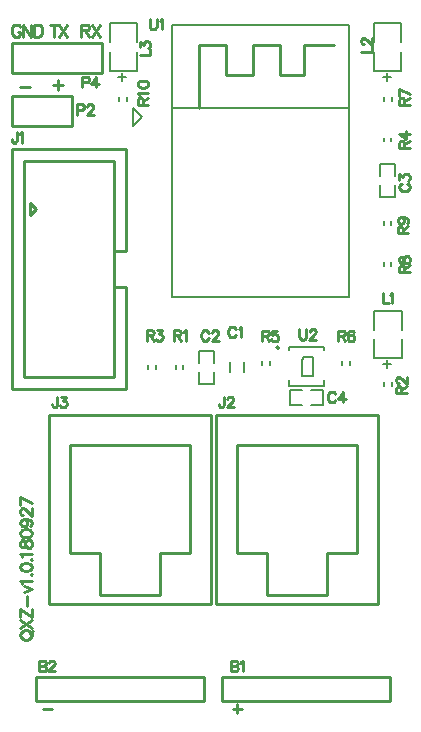
<source format=gto>
G04*
G04 #@! TF.GenerationSoftware,Altium Limited,Altium Designer,18.0.12 (696)*
G04*
G04 Layer_Color=65535*
%FSLAX44Y44*%
%MOMM*%
G71*
G01*
G75*
%ADD10C,0.2007*%
%ADD11C,0.2540*%
%ADD12C,0.1500*%
%ADD13C,0.2000*%
%ADD14C,0.2032*%
%ADD15C,0.1499*%
%ADD16C,0.1295*%
%ADD17C,0.1524*%
D10*
X1233045Y616756D02*
G03*
X1233045Y616756I-1601J0D01*
G01*
D11*
X1026668Y337820D02*
X1168908D01*
X1026668Y317500D02*
Y337820D01*
X1168908Y317500D02*
Y337820D01*
X1026668Y317500D02*
X1168908D01*
X1184656Y337820D02*
X1326896D01*
X1184656Y317500D02*
Y337820D01*
X1326896Y317500D02*
Y337820D01*
X1184656Y317500D02*
X1326896D01*
X1164530Y819780D02*
Y873120D01*
X1187390D01*
Y847720D02*
Y873120D01*
Y847720D02*
X1210250D01*
Y873120D01*
X1233110D01*
Y847720D02*
Y873120D01*
Y847720D02*
X1253430D01*
Y873120D01*
X1278830D01*
X1102614Y698500D02*
Y784860D01*
Y581660D02*
Y668020D01*
X1006094Y784860D02*
X1102614D01*
X1092454Y698500D02*
X1102614D01*
X1016254Y668020D02*
Y698500D01*
X1006094Y668020D02*
Y784860D01*
Y581660D02*
Y668020D01*
X1016254Y591820D02*
Y668020D01*
Y591820D02*
X1092454D01*
Y774700D01*
X1016254D02*
X1092454D01*
X1016254Y698500D02*
Y774700D01*
X1021334Y728980D02*
X1026414Y734060D01*
X1021334Y728980D02*
Y739140D01*
X1092454Y668020D02*
X1102614D01*
X1006094Y581660D02*
X1102614D01*
X1021334Y739140D02*
X1026414Y734060D01*
X1006602Y804164D02*
Y829564D01*
Y804164D02*
X1057402D01*
Y829564D01*
X1006602D02*
X1057402D01*
X1175004Y400050D02*
Y560070D01*
X1037844Y400050D02*
X1175004D01*
X1037844Y560070D02*
X1175004D01*
X1037844Y400050D02*
Y560070D01*
X1055624Y534670D02*
X1157224D01*
X1055624Y443230D02*
Y534670D01*
Y443230D02*
X1081024D01*
Y407670D02*
Y443230D01*
Y407670D02*
X1131824D01*
Y443230D01*
X1157224D01*
Y534670D01*
X1315974Y400050D02*
Y560070D01*
X1178814Y400050D02*
X1315974D01*
X1178814Y560070D02*
X1315974D01*
X1178814Y400050D02*
Y560070D01*
X1196594Y534670D02*
X1298194D01*
X1196594Y443230D02*
Y534670D01*
Y443230D02*
X1221994D01*
Y407670D02*
Y443230D01*
Y407670D02*
X1272794D01*
Y443230D01*
X1298194D01*
Y534670D01*
X1006602Y849376D02*
X1082802D01*
X1006602D02*
Y874776D01*
X1082802D01*
Y849376D02*
Y874776D01*
X1013604Y887849D02*
X1013120Y888817D01*
X1012152Y889784D01*
X1011185Y890268D01*
X1009250D01*
X1008283Y889784D01*
X1007315Y888817D01*
X1006832Y887849D01*
X1006348Y886398D01*
Y883980D01*
X1006832Y882529D01*
X1007315Y881561D01*
X1008283Y880594D01*
X1009250Y880110D01*
X1011185D01*
X1012152Y880594D01*
X1013120Y881561D01*
X1013604Y882529D01*
Y883980D01*
X1011185D02*
X1013604D01*
X1015925Y890268D02*
Y880110D01*
Y890268D02*
X1022697Y880110D01*
Y890268D02*
Y880110D01*
X1025503Y890268D02*
Y880110D01*
Y890268D02*
X1028889D01*
X1030340Y889784D01*
X1031307Y888817D01*
X1031791Y887849D01*
X1032275Y886398D01*
Y883980D01*
X1031791Y882529D01*
X1031307Y881561D01*
X1030340Y880594D01*
X1028889Y880110D01*
X1025503D01*
X1041992Y890268D02*
Y880110D01*
X1038606Y890268D02*
X1045378D01*
X1046587D02*
X1053359Y880110D01*
Y890268D02*
X1046587Y880110D01*
X1065022Y890268D02*
Y880110D01*
Y890268D02*
X1069375D01*
X1070826Y889784D01*
X1071310Y889300D01*
X1071794Y888333D01*
Y887366D01*
X1071310Y886398D01*
X1070826Y885915D01*
X1069375Y885431D01*
X1065022D01*
X1068408D02*
X1071794Y880110D01*
X1074067Y890268D02*
X1080839Y880110D01*
Y890268D02*
X1074067Y880110D01*
X1013206Y837219D02*
X1021913D01*
X1045245Y843351D02*
Y834644D01*
X1040892Y838997D02*
X1049599D01*
X1013208Y372472D02*
X1013692Y371505D01*
X1014659Y370537D01*
X1015627Y370054D01*
X1017078Y369570D01*
X1019496D01*
X1020947Y370054D01*
X1021915Y370537D01*
X1022882Y371505D01*
X1023366Y372472D01*
Y374407D01*
X1022882Y375374D01*
X1021915Y376342D01*
X1020947Y376826D01*
X1019496Y377309D01*
X1017078D01*
X1015627Y376826D01*
X1014659Y376342D01*
X1013692Y375374D01*
X1013208Y374407D01*
Y372472D01*
X1021431Y373923D02*
X1024333Y376826D01*
X1013208Y379679D02*
X1023366Y386451D01*
X1013208D02*
X1023366Y379679D01*
X1013208Y395497D02*
X1023366Y388725D01*
X1013208D02*
Y395497D01*
X1023366Y388725D02*
Y395497D01*
X1019013Y397770D02*
Y406477D01*
X1016594Y409476D02*
X1023366Y412378D01*
X1016594Y415280D02*
X1023366Y412378D01*
X1015143Y416925D02*
X1014659Y417892D01*
X1013208Y419343D01*
X1023366D01*
X1022399Y424858D02*
X1022882Y424374D01*
X1023366Y424858D01*
X1022882Y425341D01*
X1022399Y424858D01*
X1013208Y430469D02*
X1013692Y429017D01*
X1015143Y428050D01*
X1017561Y427566D01*
X1019013D01*
X1021431Y428050D01*
X1022882Y429017D01*
X1023366Y430469D01*
Y431436D01*
X1022882Y432887D01*
X1021431Y433854D01*
X1019013Y434338D01*
X1017561D01*
X1015143Y433854D01*
X1013692Y432887D01*
X1013208Y431436D01*
Y430469D01*
X1022399Y437095D02*
X1022882Y436612D01*
X1023366Y437095D01*
X1022882Y437579D01*
X1022399Y437095D01*
X1015143Y439804D02*
X1014659Y440771D01*
X1013208Y442223D01*
X1023366D01*
X1013208Y449672D02*
X1013692Y448221D01*
X1014659Y447737D01*
X1015627D01*
X1016594Y448221D01*
X1017078Y449188D01*
X1017561Y451123D01*
X1018045Y452574D01*
X1019013Y453541D01*
X1019980Y454025D01*
X1021431D01*
X1022399Y453541D01*
X1022882Y453058D01*
X1023366Y451606D01*
Y449672D01*
X1022882Y448221D01*
X1022399Y447737D01*
X1021431Y447253D01*
X1019980D01*
X1019013Y447737D01*
X1018045Y448704D01*
X1017561Y450155D01*
X1017078Y452090D01*
X1016594Y453058D01*
X1015627Y453541D01*
X1014659D01*
X1013692Y453058D01*
X1013208Y451606D01*
Y449672D01*
Y459201D02*
X1013692Y457750D01*
X1015143Y456782D01*
X1017561Y456298D01*
X1019013D01*
X1021431Y456782D01*
X1022882Y457750D01*
X1023366Y459201D01*
Y460168D01*
X1022882Y461619D01*
X1021431Y462587D01*
X1019013Y463070D01*
X1017561D01*
X1015143Y462587D01*
X1013692Y461619D01*
X1013208Y460168D01*
Y459201D01*
X1016594Y471632D02*
X1018045Y471148D01*
X1019013Y470181D01*
X1019496Y468730D01*
Y468246D01*
X1019013Y466795D01*
X1018045Y465827D01*
X1016594Y465344D01*
X1016110D01*
X1014659Y465827D01*
X1013692Y466795D01*
X1013208Y468246D01*
Y468730D01*
X1013692Y470181D01*
X1014659Y471148D01*
X1016594Y471632D01*
X1019013D01*
X1021431Y471148D01*
X1022882Y470181D01*
X1023366Y468730D01*
Y467762D01*
X1022882Y466311D01*
X1021915Y465827D01*
X1015627Y474873D02*
X1015143D01*
X1014176Y475356D01*
X1013692Y475840D01*
X1013208Y476808D01*
Y478742D01*
X1013692Y479710D01*
X1014176Y480193D01*
X1015143Y480677D01*
X1016110D01*
X1017078Y480193D01*
X1018529Y479226D01*
X1023366Y474389D01*
Y481161D01*
X1013208Y490206D02*
X1023366Y485369D01*
X1013208Y483434D02*
Y490206D01*
X1029462Y351534D02*
Y342646D01*
Y351534D02*
X1033271D01*
X1034541Y351111D01*
X1034964Y350688D01*
X1035387Y349841D01*
Y348995D01*
X1034964Y348148D01*
X1034541Y347725D01*
X1033271Y347302D01*
X1029462D02*
X1033271D01*
X1034541Y346878D01*
X1034964Y346455D01*
X1035387Y345609D01*
Y344339D01*
X1034964Y343493D01*
X1034541Y343069D01*
X1033271Y342646D01*
X1029462D01*
X1037800Y349418D02*
Y349841D01*
X1038223Y350688D01*
X1038646Y351111D01*
X1039493Y351534D01*
X1041186D01*
X1042032Y351111D01*
X1042456Y350688D01*
X1042879Y349841D01*
Y348995D01*
X1042456Y348148D01*
X1041609Y346878D01*
X1037377Y342646D01*
X1043302D01*
X1032510Y310641D02*
X1040128D01*
X1191768Y351788D02*
Y342900D01*
Y351788D02*
X1195577D01*
X1196847Y351365D01*
X1197270Y350942D01*
X1197693Y350095D01*
Y349249D01*
X1197270Y348402D01*
X1196847Y347979D01*
X1195577Y347556D01*
X1191768D02*
X1195577D01*
X1196847Y347132D01*
X1197270Y346709D01*
X1197693Y345863D01*
Y344593D01*
X1197270Y343746D01*
X1196847Y343323D01*
X1195577Y342900D01*
X1191768D01*
X1199683Y350095D02*
X1200529Y350518D01*
X1201799Y351788D01*
Y342900D01*
X1197101Y314958D02*
Y307340D01*
X1193292Y311149D02*
X1200910D01*
X1196085Y632120D02*
X1195661Y632966D01*
X1194815Y633813D01*
X1193968Y634236D01*
X1192275D01*
X1191429Y633813D01*
X1190583Y632966D01*
X1190159Y632120D01*
X1189736Y630850D01*
Y628734D01*
X1190159Y627464D01*
X1190583Y626618D01*
X1191429Y625771D01*
X1192275Y625348D01*
X1193968D01*
X1194815Y625771D01*
X1195661Y626618D01*
X1196085Y627464D01*
X1198582Y632543D02*
X1199428Y632966D01*
X1200698Y634236D01*
Y625348D01*
X1172971Y629462D02*
X1172547Y630308D01*
X1171701Y631155D01*
X1170854Y631578D01*
X1169161D01*
X1168315Y631155D01*
X1167468Y630308D01*
X1167045Y629462D01*
X1166622Y628192D01*
Y626076D01*
X1167045Y624806D01*
X1167468Y623960D01*
X1168315Y623113D01*
X1169161Y622690D01*
X1170854D01*
X1171701Y623113D01*
X1172547Y623960D01*
X1172971Y624806D01*
X1175891Y629462D02*
Y629885D01*
X1176314Y630732D01*
X1176738Y631155D01*
X1177584Y631578D01*
X1179277D01*
X1180123Y631155D01*
X1180547Y630732D01*
X1180970Y629885D01*
Y629039D01*
X1180547Y628192D01*
X1179700Y626922D01*
X1175468Y622690D01*
X1181393D01*
X1336380Y755395D02*
X1335534Y754971D01*
X1334687Y754125D01*
X1334264Y753278D01*
Y751585D01*
X1334687Y750739D01*
X1335534Y749893D01*
X1336380Y749469D01*
X1337650Y749046D01*
X1339766D01*
X1341036Y749469D01*
X1341882Y749893D01*
X1342729Y750739D01*
X1343152Y751585D01*
Y753278D01*
X1342729Y754125D01*
X1341882Y754971D01*
X1341036Y755395D01*
X1334264Y758738D02*
Y763394D01*
X1337650Y760854D01*
Y762124D01*
X1338073Y762971D01*
X1338496Y763394D01*
X1339766Y763817D01*
X1340612D01*
X1341882Y763394D01*
X1342729Y762547D01*
X1343152Y761278D01*
Y760008D01*
X1342729Y758738D01*
X1342305Y758315D01*
X1341459Y757892D01*
X1280159Y577256D02*
X1279735Y578102D01*
X1278889Y578949D01*
X1278042Y579372D01*
X1276349D01*
X1275503Y578949D01*
X1274657Y578102D01*
X1274233Y577256D01*
X1273810Y575986D01*
Y573870D01*
X1274233Y572600D01*
X1274657Y571754D01*
X1275503Y570907D01*
X1276349Y570484D01*
X1278042D01*
X1278889Y570907D01*
X1279735Y571754D01*
X1280159Y572600D01*
X1286888Y579372D02*
X1282656Y573447D01*
X1289004D01*
X1286888Y579372D02*
Y570484D01*
X1010326Y799082D02*
Y792310D01*
X1009903Y791040D01*
X1009480Y790617D01*
X1008633Y790194D01*
X1007787D01*
X1006941Y790617D01*
X1006517Y791040D01*
X1006094Y792310D01*
Y793157D01*
X1012612Y797389D02*
X1013458Y797812D01*
X1014728Y799082D01*
Y790194D01*
X1185840Y575308D02*
Y568536D01*
X1185417Y567267D01*
X1184994Y566843D01*
X1184147Y566420D01*
X1183301D01*
X1182455Y566843D01*
X1182031Y567267D01*
X1181608Y568536D01*
Y569383D01*
X1188549Y573192D02*
Y573615D01*
X1188972Y574462D01*
X1189396Y574885D01*
X1190242Y575308D01*
X1191935D01*
X1192782Y574885D01*
X1193205Y574462D01*
X1193628Y573615D01*
Y572769D01*
X1193205Y571922D01*
X1192358Y570652D01*
X1188126Y566420D01*
X1194051D01*
X1044616Y575308D02*
Y568536D01*
X1044193Y567267D01*
X1043770Y566843D01*
X1042924Y566420D01*
X1042077D01*
X1041230Y566843D01*
X1040807Y567267D01*
X1040384Y568536D01*
Y569383D01*
X1047748Y575308D02*
X1052404D01*
X1049865Y571922D01*
X1051134D01*
X1051981Y571499D01*
X1052404Y571076D01*
X1052827Y569806D01*
Y568960D01*
X1052404Y567690D01*
X1051558Y566843D01*
X1050288Y566420D01*
X1049018D01*
X1047748Y566843D01*
X1047325Y567267D01*
X1046902Y568113D01*
X1320292Y663192D02*
Y654304D01*
X1325371D01*
X1326344Y661499D02*
X1327191Y661922D01*
X1328461Y663192D01*
Y654304D01*
X1302006Y867156D02*
X1310894D01*
Y872235D01*
X1304122Y873632D02*
X1303699D01*
X1302852Y874055D01*
X1302429Y874478D01*
X1302006Y875325D01*
Y877018D01*
X1302429Y877864D01*
X1302852Y878287D01*
X1303699Y878710D01*
X1304545D01*
X1305392Y878287D01*
X1306662Y877441D01*
X1310894Y873208D01*
Y879134D01*
X1114554Y864362D02*
X1123442D01*
Y869441D01*
X1114554Y871261D02*
Y875917D01*
X1117940Y873377D01*
Y874647D01*
X1118363Y875493D01*
X1118786Y875917D01*
X1120056Y876340D01*
X1120902D01*
X1122172Y875917D01*
X1123019Y875070D01*
X1123442Y873800D01*
Y872531D01*
X1123019Y871261D01*
X1122596Y870838D01*
X1121749Y870414D01*
X1061720Y818048D02*
X1065529D01*
X1066799Y818472D01*
X1067222Y818895D01*
X1067645Y819741D01*
Y821011D01*
X1067222Y821858D01*
X1066799Y822281D01*
X1065529Y822704D01*
X1061720D01*
Y813816D01*
X1070058Y820588D02*
Y821011D01*
X1070481Y821858D01*
X1070904Y822281D01*
X1071751Y822704D01*
X1073444D01*
X1074290Y822281D01*
X1074714Y821858D01*
X1075137Y821011D01*
Y820165D01*
X1074714Y819318D01*
X1073867Y818048D01*
X1069635Y813816D01*
X1075560D01*
X1065784Y841416D02*
X1069593D01*
X1070863Y841840D01*
X1071286Y842263D01*
X1071709Y843109D01*
Y844379D01*
X1071286Y845226D01*
X1070863Y845649D01*
X1069593Y846072D01*
X1065784D01*
Y837184D01*
X1077931Y846072D02*
X1073699Y840147D01*
X1080047D01*
X1077931Y846072D02*
Y837184D01*
X1143450Y631560D02*
Y622672D01*
Y631560D02*
X1147259D01*
X1148529Y631137D01*
X1148952Y630714D01*
X1149375Y629867D01*
Y629021D01*
X1148952Y628174D01*
X1148529Y627751D01*
X1147259Y627328D01*
X1143450D01*
X1146413D02*
X1149375Y622672D01*
X1151365Y629867D02*
X1152211Y630290D01*
X1153481Y631560D01*
Y622672D01*
X1331978Y578104D02*
X1340866D01*
X1331978D02*
Y581913D01*
X1332401Y583183D01*
X1332824Y583606D01*
X1333671Y584029D01*
X1334517D01*
X1335364Y583606D01*
X1335787Y583183D01*
X1336210Y581913D01*
Y578104D01*
Y581067D02*
X1340866Y584029D01*
X1334094Y586442D02*
X1333671D01*
X1332824Y586865D01*
X1332401Y587288D01*
X1331978Y588135D01*
Y589828D01*
X1332401Y590674D01*
X1332824Y591097D01*
X1333671Y591521D01*
X1334517D01*
X1335364Y591097D01*
X1336634Y590251D01*
X1340866Y586019D01*
Y591944D01*
X1120394Y631560D02*
Y622672D01*
Y631560D02*
X1124203D01*
X1125473Y631137D01*
X1125896Y630714D01*
X1126319Y629867D01*
Y629021D01*
X1125896Y628174D01*
X1125473Y627751D01*
X1124203Y627328D01*
X1120394D01*
X1123357D02*
X1126319Y622672D01*
X1129155Y631560D02*
X1133811D01*
X1131271Y628174D01*
X1132541D01*
X1133388Y627751D01*
X1133811Y627328D01*
X1134234Y626058D01*
Y625211D01*
X1133811Y623942D01*
X1132964Y623095D01*
X1131695Y622672D01*
X1130425D01*
X1129155Y623095D01*
X1128732Y623518D01*
X1128309Y624365D01*
X1334264Y785876D02*
X1343152D01*
X1334264D02*
Y789685D01*
X1334687Y790955D01*
X1335110Y791378D01*
X1335957Y791801D01*
X1336803D01*
X1337650Y791378D01*
X1338073Y790955D01*
X1338496Y789685D01*
Y785876D01*
Y788839D02*
X1343152Y791801D01*
X1334264Y798023D02*
X1340189Y793791D01*
Y800139D01*
X1334264Y798023D02*
X1343152D01*
X1218184Y630934D02*
Y622046D01*
Y630934D02*
X1221993D01*
X1223263Y630511D01*
X1223686Y630088D01*
X1224109Y629241D01*
Y628395D01*
X1223686Y627548D01*
X1223263Y627125D01*
X1221993Y626702D01*
X1218184D01*
X1221147D02*
X1224109Y622046D01*
X1231178Y630934D02*
X1226945D01*
X1226522Y627125D01*
X1226945Y627548D01*
X1228215Y627971D01*
X1229485D01*
X1230754Y627548D01*
X1231601Y626702D01*
X1232024Y625432D01*
Y624585D01*
X1231601Y623316D01*
X1230754Y622469D01*
X1229485Y622046D01*
X1228215D01*
X1226945Y622469D01*
X1226522Y622892D01*
X1226099Y623739D01*
X1282700Y631188D02*
Y622300D01*
Y631188D02*
X1286509D01*
X1287779Y630765D01*
X1288202Y630342D01*
X1288625Y629495D01*
Y628649D01*
X1288202Y627802D01*
X1287779Y627379D01*
X1286509Y626956D01*
X1282700D01*
X1285663D02*
X1288625Y622300D01*
X1295694Y629918D02*
X1295270Y630765D01*
X1294001Y631188D01*
X1293154D01*
X1291884Y630765D01*
X1291038Y629495D01*
X1290615Y627379D01*
Y625263D01*
X1291038Y623570D01*
X1291884Y622723D01*
X1293154Y622300D01*
X1293577D01*
X1294847Y622723D01*
X1295694Y623570D01*
X1296117Y624840D01*
Y625263D01*
X1295694Y626532D01*
X1294847Y627379D01*
X1293577Y627802D01*
X1293154D01*
X1291884Y627379D01*
X1291038Y626532D01*
X1290615Y625263D01*
X1334264Y822198D02*
X1343152D01*
X1334264D02*
Y826007D01*
X1334687Y827277D01*
X1335110Y827700D01*
X1335957Y828123D01*
X1336803D01*
X1337650Y827700D01*
X1338073Y827277D01*
X1338496Y826007D01*
Y822198D01*
Y825161D02*
X1343152Y828123D01*
X1334264Y836038D02*
X1343152Y831806D01*
X1334264Y830113D02*
Y836038D01*
Y680466D02*
X1343152D01*
X1334264D02*
Y684275D01*
X1334687Y685545D01*
X1335110Y685968D01*
X1335957Y686391D01*
X1336803D01*
X1337650Y685968D01*
X1338073Y685545D01*
X1338496Y684275D01*
Y680466D01*
Y683429D02*
X1343152Y686391D01*
X1334264Y690497D02*
X1334687Y689227D01*
X1335534Y688804D01*
X1336380D01*
X1337227Y689227D01*
X1337650Y690074D01*
X1338073Y691767D01*
X1338496Y693036D01*
X1339343Y693883D01*
X1340189Y694306D01*
X1341459D01*
X1342305Y693883D01*
X1342729Y693459D01*
X1343152Y692190D01*
Y690497D01*
X1342729Y689227D01*
X1342305Y688804D01*
X1341459Y688381D01*
X1340189D01*
X1339343Y688804D01*
X1338496Y689650D01*
X1338073Y690920D01*
X1337650Y692613D01*
X1337227Y693459D01*
X1336380Y693883D01*
X1335534D01*
X1334687Y693459D01*
X1334264Y692190D01*
Y690497D01*
X1332994Y713740D02*
X1341882D01*
X1332994D02*
Y717549D01*
X1333417Y718819D01*
X1333840Y719242D01*
X1334687Y719665D01*
X1335533D01*
X1336380Y719242D01*
X1336803Y718819D01*
X1337226Y717549D01*
Y713740D01*
Y716703D02*
X1341882Y719665D01*
X1335957Y727157D02*
X1337226Y726733D01*
X1338073Y725887D01*
X1338496Y724617D01*
Y724194D01*
X1338073Y722924D01*
X1337226Y722078D01*
X1335957Y721655D01*
X1335533D01*
X1334264Y722078D01*
X1333417Y722924D01*
X1332994Y724194D01*
Y724617D01*
X1333417Y725887D01*
X1334264Y726733D01*
X1335957Y727157D01*
X1338073D01*
X1340189Y726733D01*
X1341459Y725887D01*
X1341882Y724617D01*
Y723771D01*
X1341459Y722501D01*
X1340612Y722078D01*
X1113030Y822198D02*
X1121918D01*
X1113030D02*
Y826007D01*
X1113453Y827277D01*
X1113876Y827700D01*
X1114723Y828123D01*
X1115569D01*
X1116416Y827700D01*
X1116839Y827277D01*
X1117262Y826007D01*
Y822198D01*
Y825161D02*
X1121918Y828123D01*
X1114723Y830113D02*
X1114300Y830959D01*
X1113030Y832229D01*
X1121918D01*
X1113030Y839170D02*
X1113453Y837900D01*
X1114723Y837054D01*
X1116839Y836631D01*
X1118109D01*
X1120225Y837054D01*
X1121495Y837900D01*
X1121918Y839170D01*
Y840016D01*
X1121495Y841286D01*
X1120225Y842133D01*
X1118109Y842556D01*
X1116839D01*
X1114723Y842133D01*
X1113453Y841286D01*
X1113030Y840016D01*
Y839170D01*
X1123188Y895348D02*
Y888999D01*
X1123611Y887730D01*
X1124458Y886883D01*
X1125727Y886460D01*
X1126574D01*
X1127844Y886883D01*
X1128690Y887730D01*
X1129113Y888999D01*
Y895348D01*
X1131568Y893655D02*
X1132415Y894078D01*
X1133684Y895348D01*
Y886460D01*
X1249680Y632204D02*
Y625855D01*
X1250103Y624586D01*
X1250950Y623739D01*
X1252219Y623316D01*
X1253066D01*
X1254336Y623739D01*
X1255182Y624586D01*
X1255605Y625855D01*
Y632204D01*
X1258483Y630088D02*
Y630511D01*
X1258907Y631358D01*
X1259330Y631781D01*
X1260176Y632204D01*
X1261869D01*
X1262716Y631781D01*
X1263139Y631358D01*
X1263562Y630511D01*
Y629665D01*
X1263139Y628818D01*
X1262293Y627548D01*
X1258060Y623316D01*
X1263986D01*
D12*
X1141630Y659620D02*
Y669620D01*
Y659620D02*
X1291630D01*
Y819620D01*
X1141630D02*
X1291630D01*
X1141630Y669620D02*
Y819620D01*
Y889620D01*
X1291630D01*
Y819620D02*
Y889620D01*
X1108610Y804540D02*
Y817240D01*
Y804540D02*
X1116230Y812160D01*
X1108610Y819780D02*
X1116230Y812160D01*
X1108610Y817240D02*
Y819780D01*
D13*
X1112082Y875220D02*
Y891220D01*
Y851220D02*
Y867220D01*
X1089082Y875220D02*
Y891220D01*
Y851220D02*
Y867220D01*
Y891220D02*
X1112082D01*
X1089082Y851220D02*
X1112082D01*
X1336110Y875220D02*
Y891220D01*
Y851220D02*
Y867220D01*
X1313110Y875220D02*
Y891220D01*
Y851220D02*
Y867220D01*
Y891220D02*
X1336110D01*
X1313110Y851220D02*
X1336110D01*
X1336364Y631888D02*
Y647888D01*
Y607888D02*
Y623888D01*
X1313364Y631888D02*
Y647888D01*
Y607888D02*
Y623888D01*
Y647888D02*
X1336364D01*
X1313364Y607888D02*
X1336364D01*
X1292554Y602004D02*
Y605004D01*
X1286054Y602004D02*
Y605004D01*
X1224990Y602004D02*
Y605004D01*
X1218490Y602004D02*
Y605004D01*
X1190848Y596456D02*
Y604456D01*
X1202848Y596456D02*
Y604456D01*
X1321106Y791488D02*
Y794488D01*
X1327606Y791488D02*
Y794488D01*
X1321106Y686078D02*
Y689078D01*
X1327606Y686078D02*
Y689078D01*
X1321106Y720622D02*
Y723622D01*
X1327606Y720622D02*
Y723622D01*
X1328114Y584224D02*
Y587224D01*
X1321614Y584224D02*
Y587224D01*
X1321308Y825548D02*
Y828548D01*
X1327808Y825548D02*
Y828548D01*
X1097026Y825548D02*
Y828548D01*
X1103526Y825548D02*
Y828548D01*
X1121970Y598820D02*
Y601820D01*
X1128470Y598820D02*
Y601820D01*
X1151526Y598820D02*
Y601820D01*
X1145026Y598820D02*
Y601820D01*
D14*
X1241806Y568198D02*
Y580898D01*
X1269746Y568198D02*
Y580898D01*
X1241806D02*
X1251966D01*
X1241806Y568198D02*
X1251966D01*
X1259586D02*
X1269746D01*
X1259586Y580898D02*
X1269746D01*
X1318006Y772160D02*
X1330706D01*
X1318006Y744220D02*
X1330706D01*
Y762000D02*
Y772160D01*
X1318006Y762000D02*
Y772160D01*
Y744220D02*
Y754380D01*
X1330706Y744220D02*
Y754380D01*
X1165098Y614054D02*
X1177798D01*
X1165098Y586114D02*
X1177798D01*
Y603894D02*
Y614054D01*
X1165098Y603894D02*
Y614054D01*
Y586114D02*
Y596274D01*
X1177798Y586114D02*
Y596274D01*
D15*
X1271041Y614451D02*
Y617449D01*
X1241019D02*
X1271041D01*
X1241019Y614451D02*
Y617449D01*
Y584429D02*
Y589432D01*
X1261034Y592430D02*
Y608432D01*
X1252042Y592430D02*
X1261034D01*
X1252042D02*
Y606450D01*
X1254023Y608432D01*
X1261034D01*
X1241019Y584429D02*
X1271041D01*
D16*
X1241019D02*
Y589432D01*
X1271041Y584429D02*
Y589432D01*
D17*
X1103376Y846142D02*
X1096605D01*
X1099990Y842756D02*
Y849527D01*
X1327404Y846142D02*
X1320633D01*
X1324018Y842756D02*
Y849527D01*
X1327658Y602810D02*
X1320887D01*
X1324272Y599424D02*
Y606195D01*
M02*

</source>
